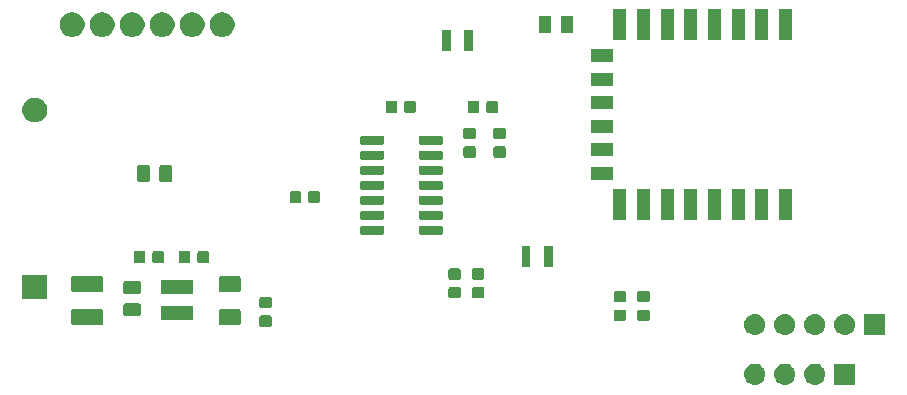
<source format=gts>
G04 #@! TF.GenerationSoftware,KiCad,Pcbnew,5.1.2*
G04 #@! TF.CreationDate,2019-08-07T15:52:47+02:00*
G04 #@! TF.ProjectId,wifisensor-dual-cpu,77696669-7365-46e7-936f-722d6475616c,rev?*
G04 #@! TF.SameCoordinates,Original*
G04 #@! TF.FileFunction,Soldermask,Top*
G04 #@! TF.FilePolarity,Negative*
%FSLAX46Y46*%
G04 Gerber Fmt 4.6, Leading zero omitted, Abs format (unit mm)*
G04 Created by KiCad (PCBNEW 5.1.2) date 2019-08-07 15:52:47*
%MOMM*%
%LPD*%
G04 APERTURE LIST*
%ADD10C,0.100000*%
G04 APERTURE END LIST*
D10*
G36*
X137426000Y-62901000D02*
G01*
X135624000Y-62901000D01*
X135624000Y-61099000D01*
X137426000Y-61099000D01*
X137426000Y-62901000D01*
X137426000Y-62901000D01*
G37*
G36*
X134095443Y-61105519D02*
G01*
X134161627Y-61112037D01*
X134331466Y-61163557D01*
X134487991Y-61247222D01*
X134523729Y-61276552D01*
X134625186Y-61359814D01*
X134708448Y-61461271D01*
X134737778Y-61497009D01*
X134821443Y-61653534D01*
X134872963Y-61823373D01*
X134890359Y-62000000D01*
X134872963Y-62176627D01*
X134821443Y-62346466D01*
X134737778Y-62502991D01*
X134708448Y-62538729D01*
X134625186Y-62640186D01*
X134523729Y-62723448D01*
X134487991Y-62752778D01*
X134331466Y-62836443D01*
X134161627Y-62887963D01*
X134095442Y-62894482D01*
X134029260Y-62901000D01*
X133940740Y-62901000D01*
X133874558Y-62894482D01*
X133808373Y-62887963D01*
X133638534Y-62836443D01*
X133482009Y-62752778D01*
X133446271Y-62723448D01*
X133344814Y-62640186D01*
X133261552Y-62538729D01*
X133232222Y-62502991D01*
X133148557Y-62346466D01*
X133097037Y-62176627D01*
X133079641Y-62000000D01*
X133097037Y-61823373D01*
X133148557Y-61653534D01*
X133232222Y-61497009D01*
X133261552Y-61461271D01*
X133344814Y-61359814D01*
X133446271Y-61276552D01*
X133482009Y-61247222D01*
X133638534Y-61163557D01*
X133808373Y-61112037D01*
X133874557Y-61105519D01*
X133940740Y-61099000D01*
X134029260Y-61099000D01*
X134095443Y-61105519D01*
X134095443Y-61105519D01*
G37*
G36*
X129015443Y-61105519D02*
G01*
X129081627Y-61112037D01*
X129251466Y-61163557D01*
X129407991Y-61247222D01*
X129443729Y-61276552D01*
X129545186Y-61359814D01*
X129628448Y-61461271D01*
X129657778Y-61497009D01*
X129741443Y-61653534D01*
X129792963Y-61823373D01*
X129810359Y-62000000D01*
X129792963Y-62176627D01*
X129741443Y-62346466D01*
X129657778Y-62502991D01*
X129628448Y-62538729D01*
X129545186Y-62640186D01*
X129443729Y-62723448D01*
X129407991Y-62752778D01*
X129251466Y-62836443D01*
X129081627Y-62887963D01*
X129015442Y-62894482D01*
X128949260Y-62901000D01*
X128860740Y-62901000D01*
X128794558Y-62894482D01*
X128728373Y-62887963D01*
X128558534Y-62836443D01*
X128402009Y-62752778D01*
X128366271Y-62723448D01*
X128264814Y-62640186D01*
X128181552Y-62538729D01*
X128152222Y-62502991D01*
X128068557Y-62346466D01*
X128017037Y-62176627D01*
X127999641Y-62000000D01*
X128017037Y-61823373D01*
X128068557Y-61653534D01*
X128152222Y-61497009D01*
X128181552Y-61461271D01*
X128264814Y-61359814D01*
X128366271Y-61276552D01*
X128402009Y-61247222D01*
X128558534Y-61163557D01*
X128728373Y-61112037D01*
X128794557Y-61105519D01*
X128860740Y-61099000D01*
X128949260Y-61099000D01*
X129015443Y-61105519D01*
X129015443Y-61105519D01*
G37*
G36*
X131555443Y-61105519D02*
G01*
X131621627Y-61112037D01*
X131791466Y-61163557D01*
X131947991Y-61247222D01*
X131983729Y-61276552D01*
X132085186Y-61359814D01*
X132168448Y-61461271D01*
X132197778Y-61497009D01*
X132281443Y-61653534D01*
X132332963Y-61823373D01*
X132350359Y-62000000D01*
X132332963Y-62176627D01*
X132281443Y-62346466D01*
X132197778Y-62502991D01*
X132168448Y-62538729D01*
X132085186Y-62640186D01*
X131983729Y-62723448D01*
X131947991Y-62752778D01*
X131791466Y-62836443D01*
X131621627Y-62887963D01*
X131555442Y-62894482D01*
X131489260Y-62901000D01*
X131400740Y-62901000D01*
X131334558Y-62894482D01*
X131268373Y-62887963D01*
X131098534Y-62836443D01*
X130942009Y-62752778D01*
X130906271Y-62723448D01*
X130804814Y-62640186D01*
X130721552Y-62538729D01*
X130692222Y-62502991D01*
X130608557Y-62346466D01*
X130557037Y-62176627D01*
X130539641Y-62000000D01*
X130557037Y-61823373D01*
X130608557Y-61653534D01*
X130692222Y-61497009D01*
X130721552Y-61461271D01*
X130804814Y-61359814D01*
X130906271Y-61276552D01*
X130942009Y-61247222D01*
X131098534Y-61163557D01*
X131268373Y-61112037D01*
X131334557Y-61105519D01*
X131400740Y-61099000D01*
X131489260Y-61099000D01*
X131555443Y-61105519D01*
X131555443Y-61105519D01*
G37*
G36*
X131555442Y-56890518D02*
G01*
X131621627Y-56897037D01*
X131791466Y-56948557D01*
X131947991Y-57032222D01*
X131972899Y-57052664D01*
X132085186Y-57144814D01*
X132166790Y-57244250D01*
X132197778Y-57282009D01*
X132281443Y-57438534D01*
X132332963Y-57608373D01*
X132350359Y-57785000D01*
X132332963Y-57961627D01*
X132281443Y-58131466D01*
X132197778Y-58287991D01*
X132168448Y-58323729D01*
X132085186Y-58425186D01*
X131983729Y-58508448D01*
X131947991Y-58537778D01*
X131791466Y-58621443D01*
X131621627Y-58672963D01*
X131555442Y-58679482D01*
X131489260Y-58686000D01*
X131400740Y-58686000D01*
X131334558Y-58679482D01*
X131268373Y-58672963D01*
X131098534Y-58621443D01*
X130942009Y-58537778D01*
X130906271Y-58508448D01*
X130804814Y-58425186D01*
X130721552Y-58323729D01*
X130692222Y-58287991D01*
X130608557Y-58131466D01*
X130557037Y-57961627D01*
X130539641Y-57785000D01*
X130557037Y-57608373D01*
X130608557Y-57438534D01*
X130692222Y-57282009D01*
X130723210Y-57244250D01*
X130804814Y-57144814D01*
X130917101Y-57052664D01*
X130942009Y-57032222D01*
X131098534Y-56948557D01*
X131268373Y-56897037D01*
X131334558Y-56890518D01*
X131400740Y-56884000D01*
X131489260Y-56884000D01*
X131555442Y-56890518D01*
X131555442Y-56890518D01*
G37*
G36*
X129015442Y-56890518D02*
G01*
X129081627Y-56897037D01*
X129251466Y-56948557D01*
X129407991Y-57032222D01*
X129432899Y-57052664D01*
X129545186Y-57144814D01*
X129626790Y-57244250D01*
X129657778Y-57282009D01*
X129741443Y-57438534D01*
X129792963Y-57608373D01*
X129810359Y-57785000D01*
X129792963Y-57961627D01*
X129741443Y-58131466D01*
X129657778Y-58287991D01*
X129628448Y-58323729D01*
X129545186Y-58425186D01*
X129443729Y-58508448D01*
X129407991Y-58537778D01*
X129251466Y-58621443D01*
X129081627Y-58672963D01*
X129015442Y-58679482D01*
X128949260Y-58686000D01*
X128860740Y-58686000D01*
X128794558Y-58679482D01*
X128728373Y-58672963D01*
X128558534Y-58621443D01*
X128402009Y-58537778D01*
X128366271Y-58508448D01*
X128264814Y-58425186D01*
X128181552Y-58323729D01*
X128152222Y-58287991D01*
X128068557Y-58131466D01*
X128017037Y-57961627D01*
X127999641Y-57785000D01*
X128017037Y-57608373D01*
X128068557Y-57438534D01*
X128152222Y-57282009D01*
X128183210Y-57244250D01*
X128264814Y-57144814D01*
X128377101Y-57052664D01*
X128402009Y-57032222D01*
X128558534Y-56948557D01*
X128728373Y-56897037D01*
X128794558Y-56890518D01*
X128860740Y-56884000D01*
X128949260Y-56884000D01*
X129015442Y-56890518D01*
X129015442Y-56890518D01*
G37*
G36*
X134095442Y-56890518D02*
G01*
X134161627Y-56897037D01*
X134331466Y-56948557D01*
X134487991Y-57032222D01*
X134512899Y-57052664D01*
X134625186Y-57144814D01*
X134706790Y-57244250D01*
X134737778Y-57282009D01*
X134821443Y-57438534D01*
X134872963Y-57608373D01*
X134890359Y-57785000D01*
X134872963Y-57961627D01*
X134821443Y-58131466D01*
X134737778Y-58287991D01*
X134708448Y-58323729D01*
X134625186Y-58425186D01*
X134523729Y-58508448D01*
X134487991Y-58537778D01*
X134331466Y-58621443D01*
X134161627Y-58672963D01*
X134095442Y-58679482D01*
X134029260Y-58686000D01*
X133940740Y-58686000D01*
X133874558Y-58679482D01*
X133808373Y-58672963D01*
X133638534Y-58621443D01*
X133482009Y-58537778D01*
X133446271Y-58508448D01*
X133344814Y-58425186D01*
X133261552Y-58323729D01*
X133232222Y-58287991D01*
X133148557Y-58131466D01*
X133097037Y-57961627D01*
X133079641Y-57785000D01*
X133097037Y-57608373D01*
X133148557Y-57438534D01*
X133232222Y-57282009D01*
X133263210Y-57244250D01*
X133344814Y-57144814D01*
X133457101Y-57052664D01*
X133482009Y-57032222D01*
X133638534Y-56948557D01*
X133808373Y-56897037D01*
X133874558Y-56890518D01*
X133940740Y-56884000D01*
X134029260Y-56884000D01*
X134095442Y-56890518D01*
X134095442Y-56890518D01*
G37*
G36*
X139966000Y-58686000D02*
G01*
X138164000Y-58686000D01*
X138164000Y-56884000D01*
X139966000Y-56884000D01*
X139966000Y-58686000D01*
X139966000Y-58686000D01*
G37*
G36*
X136635442Y-56890518D02*
G01*
X136701627Y-56897037D01*
X136871466Y-56948557D01*
X137027991Y-57032222D01*
X137052899Y-57052664D01*
X137165186Y-57144814D01*
X137246790Y-57244250D01*
X137277778Y-57282009D01*
X137361443Y-57438534D01*
X137412963Y-57608373D01*
X137430359Y-57785000D01*
X137412963Y-57961627D01*
X137361443Y-58131466D01*
X137277778Y-58287991D01*
X137248448Y-58323729D01*
X137165186Y-58425186D01*
X137063729Y-58508448D01*
X137027991Y-58537778D01*
X136871466Y-58621443D01*
X136701627Y-58672963D01*
X136635442Y-58679482D01*
X136569260Y-58686000D01*
X136480740Y-58686000D01*
X136414558Y-58679482D01*
X136348373Y-58672963D01*
X136178534Y-58621443D01*
X136022009Y-58537778D01*
X135986271Y-58508448D01*
X135884814Y-58425186D01*
X135801552Y-58323729D01*
X135772222Y-58287991D01*
X135688557Y-58131466D01*
X135637037Y-57961627D01*
X135619641Y-57785000D01*
X135637037Y-57608373D01*
X135688557Y-57438534D01*
X135772222Y-57282009D01*
X135803210Y-57244250D01*
X135884814Y-57144814D01*
X135997101Y-57052664D01*
X136022009Y-57032222D01*
X136178534Y-56948557D01*
X136348373Y-56897037D01*
X136414558Y-56890518D01*
X136480740Y-56884000D01*
X136569260Y-56884000D01*
X136635442Y-56890518D01*
X136635442Y-56890518D01*
G37*
G36*
X87879591Y-57015585D02*
G01*
X87913569Y-57025893D01*
X87944890Y-57042634D01*
X87972339Y-57065161D01*
X87994866Y-57092610D01*
X88011607Y-57123931D01*
X88021915Y-57157909D01*
X88026000Y-57199390D01*
X88026000Y-57800610D01*
X88021915Y-57842091D01*
X88011607Y-57876069D01*
X87994866Y-57907390D01*
X87972339Y-57934839D01*
X87944890Y-57957366D01*
X87913569Y-57974107D01*
X87879591Y-57984415D01*
X87838110Y-57988500D01*
X87161890Y-57988500D01*
X87120409Y-57984415D01*
X87086431Y-57974107D01*
X87055110Y-57957366D01*
X87027661Y-57934839D01*
X87005134Y-57907390D01*
X86988393Y-57876069D01*
X86978085Y-57842091D01*
X86974000Y-57800610D01*
X86974000Y-57199390D01*
X86978085Y-57157909D01*
X86988393Y-57123931D01*
X87005134Y-57092610D01*
X87027661Y-57065161D01*
X87055110Y-57042634D01*
X87086431Y-57025893D01*
X87120409Y-57015585D01*
X87161890Y-57011500D01*
X87838110Y-57011500D01*
X87879591Y-57015585D01*
X87879591Y-57015585D01*
G37*
G36*
X85223604Y-56478347D02*
G01*
X85260144Y-56489432D01*
X85293821Y-56507433D01*
X85323341Y-56531659D01*
X85347567Y-56561179D01*
X85365568Y-56594856D01*
X85376653Y-56631396D01*
X85381000Y-56675538D01*
X85381000Y-57624462D01*
X85376653Y-57668604D01*
X85365568Y-57705144D01*
X85347567Y-57738821D01*
X85323341Y-57768341D01*
X85293821Y-57792567D01*
X85260144Y-57810568D01*
X85223604Y-57821653D01*
X85179462Y-57826000D01*
X83730538Y-57826000D01*
X83686396Y-57821653D01*
X83649856Y-57810568D01*
X83616179Y-57792567D01*
X83586659Y-57768341D01*
X83562433Y-57738821D01*
X83544432Y-57705144D01*
X83533347Y-57668604D01*
X83529000Y-57624462D01*
X83529000Y-56675538D01*
X83533347Y-56631396D01*
X83544432Y-56594856D01*
X83562433Y-56561179D01*
X83586659Y-56531659D01*
X83616179Y-56507433D01*
X83649856Y-56489432D01*
X83686396Y-56478347D01*
X83730538Y-56474000D01*
X85179462Y-56474000D01*
X85223604Y-56478347D01*
X85223604Y-56478347D01*
G37*
G36*
X73608604Y-56478347D02*
G01*
X73645144Y-56489432D01*
X73678821Y-56507433D01*
X73708341Y-56531659D01*
X73732567Y-56561179D01*
X73750568Y-56594856D01*
X73761653Y-56631396D01*
X73766000Y-56675538D01*
X73766000Y-57624462D01*
X73761653Y-57668604D01*
X73750568Y-57705144D01*
X73732567Y-57738821D01*
X73708341Y-57768341D01*
X73678821Y-57792567D01*
X73645144Y-57810568D01*
X73608604Y-57821653D01*
X73564462Y-57826000D01*
X71215538Y-57826000D01*
X71171396Y-57821653D01*
X71134856Y-57810568D01*
X71101179Y-57792567D01*
X71071659Y-57768341D01*
X71047433Y-57738821D01*
X71029432Y-57705144D01*
X71018347Y-57668604D01*
X71014000Y-57624462D01*
X71014000Y-56675538D01*
X71018347Y-56631396D01*
X71029432Y-56594856D01*
X71047433Y-56561179D01*
X71071659Y-56531659D01*
X71101179Y-56507433D01*
X71134856Y-56489432D01*
X71171396Y-56478347D01*
X71215538Y-56474000D01*
X73564462Y-56474000D01*
X73608604Y-56478347D01*
X73608604Y-56478347D01*
G37*
G36*
X117879591Y-56515585D02*
G01*
X117913569Y-56525893D01*
X117944890Y-56542634D01*
X117972339Y-56565161D01*
X117994866Y-56592610D01*
X118011607Y-56623931D01*
X118021915Y-56657909D01*
X118026000Y-56699390D01*
X118026000Y-57300610D01*
X118021915Y-57342091D01*
X118011607Y-57376069D01*
X117994866Y-57407390D01*
X117972339Y-57434839D01*
X117944890Y-57457366D01*
X117913569Y-57474107D01*
X117879591Y-57484415D01*
X117838110Y-57488500D01*
X117161890Y-57488500D01*
X117120409Y-57484415D01*
X117086431Y-57474107D01*
X117055110Y-57457366D01*
X117027661Y-57434839D01*
X117005134Y-57407390D01*
X116988393Y-57376069D01*
X116978085Y-57342091D01*
X116974000Y-57300610D01*
X116974000Y-56699390D01*
X116978085Y-56657909D01*
X116988393Y-56623931D01*
X117005134Y-56592610D01*
X117027661Y-56565161D01*
X117055110Y-56542634D01*
X117086431Y-56525893D01*
X117120409Y-56515585D01*
X117161890Y-56511500D01*
X117838110Y-56511500D01*
X117879591Y-56515585D01*
X117879591Y-56515585D01*
G37*
G36*
X119879591Y-56515585D02*
G01*
X119913569Y-56525893D01*
X119944890Y-56542634D01*
X119972339Y-56565161D01*
X119994866Y-56592610D01*
X120011607Y-56623931D01*
X120021915Y-56657909D01*
X120026000Y-56699390D01*
X120026000Y-57300610D01*
X120021915Y-57342091D01*
X120011607Y-57376069D01*
X119994866Y-57407390D01*
X119972339Y-57434839D01*
X119944890Y-57457366D01*
X119913569Y-57474107D01*
X119879591Y-57484415D01*
X119838110Y-57488500D01*
X119161890Y-57488500D01*
X119120409Y-57484415D01*
X119086431Y-57474107D01*
X119055110Y-57457366D01*
X119027661Y-57434839D01*
X119005134Y-57407390D01*
X118988393Y-57376069D01*
X118978085Y-57342091D01*
X118974000Y-57300610D01*
X118974000Y-56699390D01*
X118978085Y-56657909D01*
X118988393Y-56623931D01*
X119005134Y-56592610D01*
X119027661Y-56565161D01*
X119055110Y-56542634D01*
X119086431Y-56525893D01*
X119120409Y-56515585D01*
X119161890Y-56511500D01*
X119838110Y-56511500D01*
X119879591Y-56515585D01*
X119879591Y-56515585D01*
G37*
G36*
X81336000Y-57391000D02*
G01*
X78684000Y-57391000D01*
X78684000Y-56229000D01*
X81336000Y-56229000D01*
X81336000Y-57391000D01*
X81336000Y-57391000D01*
G37*
G36*
X76784468Y-55981065D02*
G01*
X76823138Y-55992796D01*
X76858777Y-56011846D01*
X76890017Y-56037483D01*
X76915654Y-56068723D01*
X76934704Y-56104362D01*
X76946435Y-56143032D01*
X76951000Y-56189388D01*
X76951000Y-56840612D01*
X76946435Y-56886968D01*
X76934704Y-56925638D01*
X76915654Y-56961277D01*
X76890017Y-56992517D01*
X76858777Y-57018154D01*
X76823138Y-57037204D01*
X76784468Y-57048935D01*
X76738112Y-57053500D01*
X75661888Y-57053500D01*
X75615532Y-57048935D01*
X75576862Y-57037204D01*
X75541223Y-57018154D01*
X75509983Y-56992517D01*
X75484346Y-56961277D01*
X75465296Y-56925638D01*
X75453565Y-56886968D01*
X75449000Y-56840612D01*
X75449000Y-56189388D01*
X75453565Y-56143032D01*
X75465296Y-56104362D01*
X75484346Y-56068723D01*
X75509983Y-56037483D01*
X75541223Y-56011846D01*
X75576862Y-55992796D01*
X75615532Y-55981065D01*
X75661888Y-55976500D01*
X76738112Y-55976500D01*
X76784468Y-55981065D01*
X76784468Y-55981065D01*
G37*
G36*
X87879591Y-55440585D02*
G01*
X87913569Y-55450893D01*
X87944890Y-55467634D01*
X87972339Y-55490161D01*
X87994866Y-55517610D01*
X88011607Y-55548931D01*
X88021915Y-55582909D01*
X88026000Y-55624390D01*
X88026000Y-56225610D01*
X88021915Y-56267091D01*
X88011607Y-56301069D01*
X87994866Y-56332390D01*
X87972339Y-56359839D01*
X87944890Y-56382366D01*
X87913569Y-56399107D01*
X87879591Y-56409415D01*
X87838110Y-56413500D01*
X87161890Y-56413500D01*
X87120409Y-56409415D01*
X87086431Y-56399107D01*
X87055110Y-56382366D01*
X87027661Y-56359839D01*
X87005134Y-56332390D01*
X86988393Y-56301069D01*
X86978085Y-56267091D01*
X86974000Y-56225610D01*
X86974000Y-55624390D01*
X86978085Y-55582909D01*
X86988393Y-55548931D01*
X87005134Y-55517610D01*
X87027661Y-55490161D01*
X87055110Y-55467634D01*
X87086431Y-55450893D01*
X87120409Y-55440585D01*
X87161890Y-55436500D01*
X87838110Y-55436500D01*
X87879591Y-55440585D01*
X87879591Y-55440585D01*
G37*
G36*
X119879591Y-54940585D02*
G01*
X119913569Y-54950893D01*
X119944890Y-54967634D01*
X119972339Y-54990161D01*
X119994866Y-55017610D01*
X120011607Y-55048931D01*
X120021915Y-55082909D01*
X120026000Y-55124390D01*
X120026000Y-55725610D01*
X120021915Y-55767091D01*
X120011607Y-55801069D01*
X119994866Y-55832390D01*
X119972339Y-55859839D01*
X119944890Y-55882366D01*
X119913569Y-55899107D01*
X119879591Y-55909415D01*
X119838110Y-55913500D01*
X119161890Y-55913500D01*
X119120409Y-55909415D01*
X119086431Y-55899107D01*
X119055110Y-55882366D01*
X119027661Y-55859839D01*
X119005134Y-55832390D01*
X118988393Y-55801069D01*
X118978085Y-55767091D01*
X118974000Y-55725610D01*
X118974000Y-55124390D01*
X118978085Y-55082909D01*
X118988393Y-55048931D01*
X119005134Y-55017610D01*
X119027661Y-54990161D01*
X119055110Y-54967634D01*
X119086431Y-54950893D01*
X119120409Y-54940585D01*
X119161890Y-54936500D01*
X119838110Y-54936500D01*
X119879591Y-54940585D01*
X119879591Y-54940585D01*
G37*
G36*
X117879591Y-54940585D02*
G01*
X117913569Y-54950893D01*
X117944890Y-54967634D01*
X117972339Y-54990161D01*
X117994866Y-55017610D01*
X118011607Y-55048931D01*
X118021915Y-55082909D01*
X118026000Y-55124390D01*
X118026000Y-55725610D01*
X118021915Y-55767091D01*
X118011607Y-55801069D01*
X117994866Y-55832390D01*
X117972339Y-55859839D01*
X117944890Y-55882366D01*
X117913569Y-55899107D01*
X117879591Y-55909415D01*
X117838110Y-55913500D01*
X117161890Y-55913500D01*
X117120409Y-55909415D01*
X117086431Y-55899107D01*
X117055110Y-55882366D01*
X117027661Y-55859839D01*
X117005134Y-55832390D01*
X116988393Y-55801069D01*
X116978085Y-55767091D01*
X116974000Y-55725610D01*
X116974000Y-55124390D01*
X116978085Y-55082909D01*
X116988393Y-55048931D01*
X117005134Y-55017610D01*
X117027661Y-54990161D01*
X117055110Y-54967634D01*
X117086431Y-54950893D01*
X117120409Y-54940585D01*
X117161890Y-54936500D01*
X117838110Y-54936500D01*
X117879591Y-54940585D01*
X117879591Y-54940585D01*
G37*
G36*
X68996000Y-55661000D02*
G01*
X66894000Y-55661000D01*
X66894000Y-53559000D01*
X68996000Y-53559000D01*
X68996000Y-55661000D01*
X68996000Y-55661000D01*
G37*
G36*
X105879591Y-54590585D02*
G01*
X105913569Y-54600893D01*
X105944890Y-54617634D01*
X105972339Y-54640161D01*
X105994866Y-54667610D01*
X106011607Y-54698931D01*
X106021915Y-54732909D01*
X106026000Y-54774390D01*
X106026000Y-55375610D01*
X106021915Y-55417091D01*
X106011607Y-55451069D01*
X105994866Y-55482390D01*
X105972339Y-55509839D01*
X105944890Y-55532366D01*
X105913569Y-55549107D01*
X105879591Y-55559415D01*
X105838110Y-55563500D01*
X105161890Y-55563500D01*
X105120409Y-55559415D01*
X105086431Y-55549107D01*
X105055110Y-55532366D01*
X105027661Y-55509839D01*
X105005134Y-55482390D01*
X104988393Y-55451069D01*
X104978085Y-55417091D01*
X104974000Y-55375610D01*
X104974000Y-54774390D01*
X104978085Y-54732909D01*
X104988393Y-54698931D01*
X105005134Y-54667610D01*
X105027661Y-54640161D01*
X105055110Y-54617634D01*
X105086431Y-54600893D01*
X105120409Y-54590585D01*
X105161890Y-54586500D01*
X105838110Y-54586500D01*
X105879591Y-54590585D01*
X105879591Y-54590585D01*
G37*
G36*
X103879591Y-54590585D02*
G01*
X103913569Y-54600893D01*
X103944890Y-54617634D01*
X103972339Y-54640161D01*
X103994866Y-54667610D01*
X104011607Y-54698931D01*
X104021915Y-54732909D01*
X104026000Y-54774390D01*
X104026000Y-55375610D01*
X104021915Y-55417091D01*
X104011607Y-55451069D01*
X103994866Y-55482390D01*
X103972339Y-55509839D01*
X103944890Y-55532366D01*
X103913569Y-55549107D01*
X103879591Y-55559415D01*
X103838110Y-55563500D01*
X103161890Y-55563500D01*
X103120409Y-55559415D01*
X103086431Y-55549107D01*
X103055110Y-55532366D01*
X103027661Y-55509839D01*
X103005134Y-55482390D01*
X102988393Y-55451069D01*
X102978085Y-55417091D01*
X102974000Y-55375610D01*
X102974000Y-54774390D01*
X102978085Y-54732909D01*
X102988393Y-54698931D01*
X103005134Y-54667610D01*
X103027661Y-54640161D01*
X103055110Y-54617634D01*
X103086431Y-54600893D01*
X103120409Y-54590585D01*
X103161890Y-54586500D01*
X103838110Y-54586500D01*
X103879591Y-54590585D01*
X103879591Y-54590585D01*
G37*
G36*
X81336000Y-55191000D02*
G01*
X78684000Y-55191000D01*
X78684000Y-54029000D01*
X81336000Y-54029000D01*
X81336000Y-55191000D01*
X81336000Y-55191000D01*
G37*
G36*
X76784468Y-54106065D02*
G01*
X76823138Y-54117796D01*
X76858777Y-54136846D01*
X76890017Y-54162483D01*
X76915654Y-54193723D01*
X76934704Y-54229362D01*
X76946435Y-54268032D01*
X76951000Y-54314388D01*
X76951000Y-54965612D01*
X76946435Y-55011968D01*
X76934704Y-55050638D01*
X76915654Y-55086277D01*
X76890017Y-55117517D01*
X76858777Y-55143154D01*
X76823138Y-55162204D01*
X76784468Y-55173935D01*
X76738112Y-55178500D01*
X75661888Y-55178500D01*
X75615532Y-55173935D01*
X75576862Y-55162204D01*
X75541223Y-55143154D01*
X75509983Y-55117517D01*
X75484346Y-55086277D01*
X75465296Y-55050638D01*
X75453565Y-55011968D01*
X75449000Y-54965612D01*
X75449000Y-54314388D01*
X75453565Y-54268032D01*
X75465296Y-54229362D01*
X75484346Y-54193723D01*
X75509983Y-54162483D01*
X75541223Y-54136846D01*
X75576862Y-54117796D01*
X75615532Y-54106065D01*
X75661888Y-54101500D01*
X76738112Y-54101500D01*
X76784468Y-54106065D01*
X76784468Y-54106065D01*
G37*
G36*
X73608604Y-53678347D02*
G01*
X73645144Y-53689432D01*
X73678821Y-53707433D01*
X73708341Y-53731659D01*
X73732567Y-53761179D01*
X73750568Y-53794856D01*
X73761653Y-53831396D01*
X73766000Y-53875538D01*
X73766000Y-54824462D01*
X73761653Y-54868604D01*
X73750568Y-54905144D01*
X73732567Y-54938821D01*
X73708341Y-54968341D01*
X73678821Y-54992567D01*
X73645144Y-55010568D01*
X73608604Y-55021653D01*
X73564462Y-55026000D01*
X71215538Y-55026000D01*
X71171396Y-55021653D01*
X71134856Y-55010568D01*
X71101179Y-54992567D01*
X71071659Y-54968341D01*
X71047433Y-54938821D01*
X71029432Y-54905144D01*
X71018347Y-54868604D01*
X71014000Y-54824462D01*
X71014000Y-53875538D01*
X71018347Y-53831396D01*
X71029432Y-53794856D01*
X71047433Y-53761179D01*
X71071659Y-53731659D01*
X71101179Y-53707433D01*
X71134856Y-53689432D01*
X71171396Y-53678347D01*
X71215538Y-53674000D01*
X73564462Y-53674000D01*
X73608604Y-53678347D01*
X73608604Y-53678347D01*
G37*
G36*
X85223604Y-53678347D02*
G01*
X85260144Y-53689432D01*
X85293821Y-53707433D01*
X85323341Y-53731659D01*
X85347567Y-53761179D01*
X85365568Y-53794856D01*
X85376653Y-53831396D01*
X85381000Y-53875538D01*
X85381000Y-54824462D01*
X85376653Y-54868604D01*
X85365568Y-54905144D01*
X85347567Y-54938821D01*
X85323341Y-54968341D01*
X85293821Y-54992567D01*
X85260144Y-55010568D01*
X85223604Y-55021653D01*
X85179462Y-55026000D01*
X83730538Y-55026000D01*
X83686396Y-55021653D01*
X83649856Y-55010568D01*
X83616179Y-54992567D01*
X83586659Y-54968341D01*
X83562433Y-54938821D01*
X83544432Y-54905144D01*
X83533347Y-54868604D01*
X83529000Y-54824462D01*
X83529000Y-53875538D01*
X83533347Y-53831396D01*
X83544432Y-53794856D01*
X83562433Y-53761179D01*
X83586659Y-53731659D01*
X83616179Y-53707433D01*
X83649856Y-53689432D01*
X83686396Y-53678347D01*
X83730538Y-53674000D01*
X85179462Y-53674000D01*
X85223604Y-53678347D01*
X85223604Y-53678347D01*
G37*
G36*
X105879591Y-53015585D02*
G01*
X105913569Y-53025893D01*
X105944890Y-53042634D01*
X105972339Y-53065161D01*
X105994866Y-53092610D01*
X106011607Y-53123931D01*
X106021915Y-53157909D01*
X106026000Y-53199390D01*
X106026000Y-53800610D01*
X106021915Y-53842091D01*
X106011607Y-53876069D01*
X105994866Y-53907390D01*
X105972339Y-53934839D01*
X105944890Y-53957366D01*
X105913569Y-53974107D01*
X105879591Y-53984415D01*
X105838110Y-53988500D01*
X105161890Y-53988500D01*
X105120409Y-53984415D01*
X105086431Y-53974107D01*
X105055110Y-53957366D01*
X105027661Y-53934839D01*
X105005134Y-53907390D01*
X104988393Y-53876069D01*
X104978085Y-53842091D01*
X104974000Y-53800610D01*
X104974000Y-53199390D01*
X104978085Y-53157909D01*
X104988393Y-53123931D01*
X105005134Y-53092610D01*
X105027661Y-53065161D01*
X105055110Y-53042634D01*
X105086431Y-53025893D01*
X105120409Y-53015585D01*
X105161890Y-53011500D01*
X105838110Y-53011500D01*
X105879591Y-53015585D01*
X105879591Y-53015585D01*
G37*
G36*
X103879591Y-53015585D02*
G01*
X103913569Y-53025893D01*
X103944890Y-53042634D01*
X103972339Y-53065161D01*
X103994866Y-53092610D01*
X104011607Y-53123931D01*
X104021915Y-53157909D01*
X104026000Y-53199390D01*
X104026000Y-53800610D01*
X104021915Y-53842091D01*
X104011607Y-53876069D01*
X103994866Y-53907390D01*
X103972339Y-53934839D01*
X103944890Y-53957366D01*
X103913569Y-53974107D01*
X103879591Y-53984415D01*
X103838110Y-53988500D01*
X103161890Y-53988500D01*
X103120409Y-53984415D01*
X103086431Y-53974107D01*
X103055110Y-53957366D01*
X103027661Y-53934839D01*
X103005134Y-53907390D01*
X102988393Y-53876069D01*
X102978085Y-53842091D01*
X102974000Y-53800610D01*
X102974000Y-53199390D01*
X102978085Y-53157909D01*
X102988393Y-53123931D01*
X103005134Y-53092610D01*
X103027661Y-53065161D01*
X103055110Y-53042634D01*
X103086431Y-53025893D01*
X103120409Y-53015585D01*
X103161890Y-53011500D01*
X103838110Y-53011500D01*
X103879591Y-53015585D01*
X103879591Y-53015585D01*
G37*
G36*
X111826000Y-52901000D02*
G01*
X111074000Y-52901000D01*
X111074000Y-51099000D01*
X111826000Y-51099000D01*
X111826000Y-52901000D01*
X111826000Y-52901000D01*
G37*
G36*
X109926000Y-52901000D02*
G01*
X109174000Y-52901000D01*
X109174000Y-51099000D01*
X109926000Y-51099000D01*
X109926000Y-52901000D01*
X109926000Y-52901000D01*
G37*
G36*
X82562091Y-51548085D02*
G01*
X82596069Y-51558393D01*
X82627390Y-51575134D01*
X82654839Y-51597661D01*
X82677366Y-51625110D01*
X82694107Y-51656431D01*
X82704415Y-51690409D01*
X82708500Y-51731890D01*
X82708500Y-52408110D01*
X82704415Y-52449591D01*
X82694107Y-52483569D01*
X82677366Y-52514890D01*
X82654839Y-52542339D01*
X82627390Y-52564866D01*
X82596069Y-52581607D01*
X82562091Y-52591915D01*
X82520610Y-52596000D01*
X81919390Y-52596000D01*
X81877909Y-52591915D01*
X81843931Y-52581607D01*
X81812610Y-52564866D01*
X81785161Y-52542339D01*
X81762634Y-52514890D01*
X81745893Y-52483569D01*
X81735585Y-52449591D01*
X81731500Y-52408110D01*
X81731500Y-51731890D01*
X81735585Y-51690409D01*
X81745893Y-51656431D01*
X81762634Y-51625110D01*
X81785161Y-51597661D01*
X81812610Y-51575134D01*
X81843931Y-51558393D01*
X81877909Y-51548085D01*
X81919390Y-51544000D01*
X82520610Y-51544000D01*
X82562091Y-51548085D01*
X82562091Y-51548085D01*
G37*
G36*
X78752091Y-51548085D02*
G01*
X78786069Y-51558393D01*
X78817390Y-51575134D01*
X78844839Y-51597661D01*
X78867366Y-51625110D01*
X78884107Y-51656431D01*
X78894415Y-51690409D01*
X78898500Y-51731890D01*
X78898500Y-52408110D01*
X78894415Y-52449591D01*
X78884107Y-52483569D01*
X78867366Y-52514890D01*
X78844839Y-52542339D01*
X78817390Y-52564866D01*
X78786069Y-52581607D01*
X78752091Y-52591915D01*
X78710610Y-52596000D01*
X78109390Y-52596000D01*
X78067909Y-52591915D01*
X78033931Y-52581607D01*
X78002610Y-52564866D01*
X77975161Y-52542339D01*
X77952634Y-52514890D01*
X77935893Y-52483569D01*
X77925585Y-52449591D01*
X77921500Y-52408110D01*
X77921500Y-51731890D01*
X77925585Y-51690409D01*
X77935893Y-51656431D01*
X77952634Y-51625110D01*
X77975161Y-51597661D01*
X78002610Y-51575134D01*
X78033931Y-51558393D01*
X78067909Y-51548085D01*
X78109390Y-51544000D01*
X78710610Y-51544000D01*
X78752091Y-51548085D01*
X78752091Y-51548085D01*
G37*
G36*
X80987091Y-51548085D02*
G01*
X81021069Y-51558393D01*
X81052390Y-51575134D01*
X81079839Y-51597661D01*
X81102366Y-51625110D01*
X81119107Y-51656431D01*
X81129415Y-51690409D01*
X81133500Y-51731890D01*
X81133500Y-52408110D01*
X81129415Y-52449591D01*
X81119107Y-52483569D01*
X81102366Y-52514890D01*
X81079839Y-52542339D01*
X81052390Y-52564866D01*
X81021069Y-52581607D01*
X80987091Y-52591915D01*
X80945610Y-52596000D01*
X80344390Y-52596000D01*
X80302909Y-52591915D01*
X80268931Y-52581607D01*
X80237610Y-52564866D01*
X80210161Y-52542339D01*
X80187634Y-52514890D01*
X80170893Y-52483569D01*
X80160585Y-52449591D01*
X80156500Y-52408110D01*
X80156500Y-51731890D01*
X80160585Y-51690409D01*
X80170893Y-51656431D01*
X80187634Y-51625110D01*
X80210161Y-51597661D01*
X80237610Y-51575134D01*
X80268931Y-51558393D01*
X80302909Y-51548085D01*
X80344390Y-51544000D01*
X80945610Y-51544000D01*
X80987091Y-51548085D01*
X80987091Y-51548085D01*
G37*
G36*
X77177091Y-51548085D02*
G01*
X77211069Y-51558393D01*
X77242390Y-51575134D01*
X77269839Y-51597661D01*
X77292366Y-51625110D01*
X77309107Y-51656431D01*
X77319415Y-51690409D01*
X77323500Y-51731890D01*
X77323500Y-52408110D01*
X77319415Y-52449591D01*
X77309107Y-52483569D01*
X77292366Y-52514890D01*
X77269839Y-52542339D01*
X77242390Y-52564866D01*
X77211069Y-52581607D01*
X77177091Y-52591915D01*
X77135610Y-52596000D01*
X76534390Y-52596000D01*
X76492909Y-52591915D01*
X76458931Y-52581607D01*
X76427610Y-52564866D01*
X76400161Y-52542339D01*
X76377634Y-52514890D01*
X76360893Y-52483569D01*
X76350585Y-52449591D01*
X76346500Y-52408110D01*
X76346500Y-51731890D01*
X76350585Y-51690409D01*
X76360893Y-51656431D01*
X76377634Y-51625110D01*
X76400161Y-51597661D01*
X76427610Y-51575134D01*
X76458931Y-51558393D01*
X76492909Y-51548085D01*
X76534390Y-51544000D01*
X77135610Y-51544000D01*
X77177091Y-51548085D01*
X77177091Y-51548085D01*
G37*
G36*
X102409928Y-49461764D02*
G01*
X102431009Y-49468160D01*
X102450445Y-49478548D01*
X102467476Y-49492524D01*
X102481452Y-49509555D01*
X102491840Y-49528991D01*
X102498236Y-49550072D01*
X102501000Y-49578140D01*
X102501000Y-50041860D01*
X102498236Y-50069928D01*
X102491840Y-50091009D01*
X102481452Y-50110445D01*
X102467476Y-50127476D01*
X102450445Y-50141452D01*
X102431009Y-50151840D01*
X102409928Y-50158236D01*
X102381860Y-50161000D01*
X100568140Y-50161000D01*
X100540072Y-50158236D01*
X100518991Y-50151840D01*
X100499555Y-50141452D01*
X100482524Y-50127476D01*
X100468548Y-50110445D01*
X100458160Y-50091009D01*
X100451764Y-50069928D01*
X100449000Y-50041860D01*
X100449000Y-49578140D01*
X100451764Y-49550072D01*
X100458160Y-49528991D01*
X100468548Y-49509555D01*
X100482524Y-49492524D01*
X100499555Y-49478548D01*
X100518991Y-49468160D01*
X100540072Y-49461764D01*
X100568140Y-49459000D01*
X102381860Y-49459000D01*
X102409928Y-49461764D01*
X102409928Y-49461764D01*
G37*
G36*
X97459928Y-49461764D02*
G01*
X97481009Y-49468160D01*
X97500445Y-49478548D01*
X97517476Y-49492524D01*
X97531452Y-49509555D01*
X97541840Y-49528991D01*
X97548236Y-49550072D01*
X97551000Y-49578140D01*
X97551000Y-50041860D01*
X97548236Y-50069928D01*
X97541840Y-50091009D01*
X97531452Y-50110445D01*
X97517476Y-50127476D01*
X97500445Y-50141452D01*
X97481009Y-50151840D01*
X97459928Y-50158236D01*
X97431860Y-50161000D01*
X95618140Y-50161000D01*
X95590072Y-50158236D01*
X95568991Y-50151840D01*
X95549555Y-50141452D01*
X95532524Y-50127476D01*
X95518548Y-50110445D01*
X95508160Y-50091009D01*
X95501764Y-50069928D01*
X95499000Y-50041860D01*
X95499000Y-49578140D01*
X95501764Y-49550072D01*
X95508160Y-49528991D01*
X95518548Y-49509555D01*
X95532524Y-49492524D01*
X95549555Y-49478548D01*
X95568991Y-49468160D01*
X95590072Y-49461764D01*
X95618140Y-49459000D01*
X97431860Y-49459000D01*
X97459928Y-49461764D01*
X97459928Y-49461764D01*
G37*
G36*
X124051000Y-48901000D02*
G01*
X122949000Y-48901000D01*
X122949000Y-46299000D01*
X124051000Y-46299000D01*
X124051000Y-48901000D01*
X124051000Y-48901000D01*
G37*
G36*
X132051000Y-48901000D02*
G01*
X130949000Y-48901000D01*
X130949000Y-46299000D01*
X132051000Y-46299000D01*
X132051000Y-48901000D01*
X132051000Y-48901000D01*
G37*
G36*
X130051000Y-48901000D02*
G01*
X128949000Y-48901000D01*
X128949000Y-46299000D01*
X130051000Y-46299000D01*
X130051000Y-48901000D01*
X130051000Y-48901000D01*
G37*
G36*
X120051000Y-48901000D02*
G01*
X118949000Y-48901000D01*
X118949000Y-46299000D01*
X120051000Y-46299000D01*
X120051000Y-48901000D01*
X120051000Y-48901000D01*
G37*
G36*
X122051000Y-48901000D02*
G01*
X120949000Y-48901000D01*
X120949000Y-46299000D01*
X122051000Y-46299000D01*
X122051000Y-48901000D01*
X122051000Y-48901000D01*
G37*
G36*
X128051000Y-48901000D02*
G01*
X126949000Y-48901000D01*
X126949000Y-46299000D01*
X128051000Y-46299000D01*
X128051000Y-48901000D01*
X128051000Y-48901000D01*
G37*
G36*
X126051000Y-48901000D02*
G01*
X124949000Y-48901000D01*
X124949000Y-46299000D01*
X126051000Y-46299000D01*
X126051000Y-48901000D01*
X126051000Y-48901000D01*
G37*
G36*
X118051000Y-48901000D02*
G01*
X116949000Y-48901000D01*
X116949000Y-46299000D01*
X118051000Y-46299000D01*
X118051000Y-48901000D01*
X118051000Y-48901000D01*
G37*
G36*
X102409928Y-48191764D02*
G01*
X102431009Y-48198160D01*
X102450445Y-48208548D01*
X102467476Y-48222524D01*
X102481452Y-48239555D01*
X102491840Y-48258991D01*
X102498236Y-48280072D01*
X102501000Y-48308140D01*
X102501000Y-48771860D01*
X102498236Y-48799928D01*
X102491840Y-48821009D01*
X102481452Y-48840445D01*
X102467476Y-48857476D01*
X102450445Y-48871452D01*
X102431009Y-48881840D01*
X102409928Y-48888236D01*
X102381860Y-48891000D01*
X100568140Y-48891000D01*
X100540072Y-48888236D01*
X100518991Y-48881840D01*
X100499555Y-48871452D01*
X100482524Y-48857476D01*
X100468548Y-48840445D01*
X100458160Y-48821009D01*
X100451764Y-48799928D01*
X100449000Y-48771860D01*
X100449000Y-48308140D01*
X100451764Y-48280072D01*
X100458160Y-48258991D01*
X100468548Y-48239555D01*
X100482524Y-48222524D01*
X100499555Y-48208548D01*
X100518991Y-48198160D01*
X100540072Y-48191764D01*
X100568140Y-48189000D01*
X102381860Y-48189000D01*
X102409928Y-48191764D01*
X102409928Y-48191764D01*
G37*
G36*
X97459928Y-48191764D02*
G01*
X97481009Y-48198160D01*
X97500445Y-48208548D01*
X97517476Y-48222524D01*
X97531452Y-48239555D01*
X97541840Y-48258991D01*
X97548236Y-48280072D01*
X97551000Y-48308140D01*
X97551000Y-48771860D01*
X97548236Y-48799928D01*
X97541840Y-48821009D01*
X97531452Y-48840445D01*
X97517476Y-48857476D01*
X97500445Y-48871452D01*
X97481009Y-48881840D01*
X97459928Y-48888236D01*
X97431860Y-48891000D01*
X95618140Y-48891000D01*
X95590072Y-48888236D01*
X95568991Y-48881840D01*
X95549555Y-48871452D01*
X95532524Y-48857476D01*
X95518548Y-48840445D01*
X95508160Y-48821009D01*
X95501764Y-48799928D01*
X95499000Y-48771860D01*
X95499000Y-48308140D01*
X95501764Y-48280072D01*
X95508160Y-48258991D01*
X95518548Y-48239555D01*
X95532524Y-48222524D01*
X95549555Y-48208548D01*
X95568991Y-48198160D01*
X95590072Y-48191764D01*
X95618140Y-48189000D01*
X97431860Y-48189000D01*
X97459928Y-48191764D01*
X97459928Y-48191764D01*
G37*
G36*
X102409928Y-46921764D02*
G01*
X102431009Y-46928160D01*
X102450445Y-46938548D01*
X102467476Y-46952524D01*
X102481452Y-46969555D01*
X102491840Y-46988991D01*
X102498236Y-47010072D01*
X102501000Y-47038140D01*
X102501000Y-47501860D01*
X102498236Y-47529928D01*
X102491840Y-47551009D01*
X102481452Y-47570445D01*
X102467476Y-47587476D01*
X102450445Y-47601452D01*
X102431009Y-47611840D01*
X102409928Y-47618236D01*
X102381860Y-47621000D01*
X100568140Y-47621000D01*
X100540072Y-47618236D01*
X100518991Y-47611840D01*
X100499555Y-47601452D01*
X100482524Y-47587476D01*
X100468548Y-47570445D01*
X100458160Y-47551009D01*
X100451764Y-47529928D01*
X100449000Y-47501860D01*
X100449000Y-47038140D01*
X100451764Y-47010072D01*
X100458160Y-46988991D01*
X100468548Y-46969555D01*
X100482524Y-46952524D01*
X100499555Y-46938548D01*
X100518991Y-46928160D01*
X100540072Y-46921764D01*
X100568140Y-46919000D01*
X102381860Y-46919000D01*
X102409928Y-46921764D01*
X102409928Y-46921764D01*
G37*
G36*
X97459928Y-46921764D02*
G01*
X97481009Y-46928160D01*
X97500445Y-46938548D01*
X97517476Y-46952524D01*
X97531452Y-46969555D01*
X97541840Y-46988991D01*
X97548236Y-47010072D01*
X97551000Y-47038140D01*
X97551000Y-47501860D01*
X97548236Y-47529928D01*
X97541840Y-47551009D01*
X97531452Y-47570445D01*
X97517476Y-47587476D01*
X97500445Y-47601452D01*
X97481009Y-47611840D01*
X97459928Y-47618236D01*
X97431860Y-47621000D01*
X95618140Y-47621000D01*
X95590072Y-47618236D01*
X95568991Y-47611840D01*
X95549555Y-47601452D01*
X95532524Y-47587476D01*
X95518548Y-47570445D01*
X95508160Y-47551009D01*
X95501764Y-47529928D01*
X95499000Y-47501860D01*
X95499000Y-47038140D01*
X95501764Y-47010072D01*
X95508160Y-46988991D01*
X95518548Y-46969555D01*
X95532524Y-46952524D01*
X95549555Y-46938548D01*
X95568991Y-46928160D01*
X95590072Y-46921764D01*
X95618140Y-46919000D01*
X97431860Y-46919000D01*
X97459928Y-46921764D01*
X97459928Y-46921764D01*
G37*
G36*
X91934591Y-46478085D02*
G01*
X91968569Y-46488393D01*
X91999890Y-46505134D01*
X92027339Y-46527661D01*
X92049866Y-46555110D01*
X92066607Y-46586431D01*
X92076915Y-46620409D01*
X92081000Y-46661890D01*
X92081000Y-47338110D01*
X92076915Y-47379591D01*
X92066607Y-47413569D01*
X92049866Y-47444890D01*
X92027339Y-47472339D01*
X91999890Y-47494866D01*
X91968569Y-47511607D01*
X91934591Y-47521915D01*
X91893110Y-47526000D01*
X91291890Y-47526000D01*
X91250409Y-47521915D01*
X91216431Y-47511607D01*
X91185110Y-47494866D01*
X91157661Y-47472339D01*
X91135134Y-47444890D01*
X91118393Y-47413569D01*
X91108085Y-47379591D01*
X91104000Y-47338110D01*
X91104000Y-46661890D01*
X91108085Y-46620409D01*
X91118393Y-46586431D01*
X91135134Y-46555110D01*
X91157661Y-46527661D01*
X91185110Y-46505134D01*
X91216431Y-46488393D01*
X91250409Y-46478085D01*
X91291890Y-46474000D01*
X91893110Y-46474000D01*
X91934591Y-46478085D01*
X91934591Y-46478085D01*
G37*
G36*
X90359591Y-46478085D02*
G01*
X90393569Y-46488393D01*
X90424890Y-46505134D01*
X90452339Y-46527661D01*
X90474866Y-46555110D01*
X90491607Y-46586431D01*
X90501915Y-46620409D01*
X90506000Y-46661890D01*
X90506000Y-47338110D01*
X90501915Y-47379591D01*
X90491607Y-47413569D01*
X90474866Y-47444890D01*
X90452339Y-47472339D01*
X90424890Y-47494866D01*
X90393569Y-47511607D01*
X90359591Y-47521915D01*
X90318110Y-47526000D01*
X89716890Y-47526000D01*
X89675409Y-47521915D01*
X89641431Y-47511607D01*
X89610110Y-47494866D01*
X89582661Y-47472339D01*
X89560134Y-47444890D01*
X89543393Y-47413569D01*
X89533085Y-47379591D01*
X89529000Y-47338110D01*
X89529000Y-46661890D01*
X89533085Y-46620409D01*
X89543393Y-46586431D01*
X89560134Y-46555110D01*
X89582661Y-46527661D01*
X89610110Y-46505134D01*
X89641431Y-46488393D01*
X89675409Y-46478085D01*
X89716890Y-46474000D01*
X90318110Y-46474000D01*
X90359591Y-46478085D01*
X90359591Y-46478085D01*
G37*
G36*
X97459928Y-45651764D02*
G01*
X97481009Y-45658160D01*
X97500445Y-45668548D01*
X97517476Y-45682524D01*
X97531452Y-45699555D01*
X97541840Y-45718991D01*
X97548236Y-45740072D01*
X97551000Y-45768140D01*
X97551000Y-46231860D01*
X97548236Y-46259928D01*
X97541840Y-46281009D01*
X97531452Y-46300445D01*
X97517476Y-46317476D01*
X97500445Y-46331452D01*
X97481009Y-46341840D01*
X97459928Y-46348236D01*
X97431860Y-46351000D01*
X95618140Y-46351000D01*
X95590072Y-46348236D01*
X95568991Y-46341840D01*
X95549555Y-46331452D01*
X95532524Y-46317476D01*
X95518548Y-46300445D01*
X95508160Y-46281009D01*
X95501764Y-46259928D01*
X95499000Y-46231860D01*
X95499000Y-45768140D01*
X95501764Y-45740072D01*
X95508160Y-45718991D01*
X95518548Y-45699555D01*
X95532524Y-45682524D01*
X95549555Y-45668548D01*
X95568991Y-45658160D01*
X95590072Y-45651764D01*
X95618140Y-45649000D01*
X97431860Y-45649000D01*
X97459928Y-45651764D01*
X97459928Y-45651764D01*
G37*
G36*
X102409928Y-45651764D02*
G01*
X102431009Y-45658160D01*
X102450445Y-45668548D01*
X102467476Y-45682524D01*
X102481452Y-45699555D01*
X102491840Y-45718991D01*
X102498236Y-45740072D01*
X102501000Y-45768140D01*
X102501000Y-46231860D01*
X102498236Y-46259928D01*
X102491840Y-46281009D01*
X102481452Y-46300445D01*
X102467476Y-46317476D01*
X102450445Y-46331452D01*
X102431009Y-46341840D01*
X102409928Y-46348236D01*
X102381860Y-46351000D01*
X100568140Y-46351000D01*
X100540072Y-46348236D01*
X100518991Y-46341840D01*
X100499555Y-46331452D01*
X100482524Y-46317476D01*
X100468548Y-46300445D01*
X100458160Y-46281009D01*
X100451764Y-46259928D01*
X100449000Y-46231860D01*
X100449000Y-45768140D01*
X100451764Y-45740072D01*
X100458160Y-45718991D01*
X100468548Y-45699555D01*
X100482524Y-45682524D01*
X100499555Y-45668548D01*
X100518991Y-45658160D01*
X100540072Y-45651764D01*
X100568140Y-45649000D01*
X102381860Y-45649000D01*
X102409928Y-45651764D01*
X102409928Y-45651764D01*
G37*
G36*
X77539468Y-44253565D02*
G01*
X77578138Y-44265296D01*
X77613777Y-44284346D01*
X77645017Y-44309983D01*
X77670654Y-44341223D01*
X77689704Y-44376862D01*
X77701435Y-44415532D01*
X77706000Y-44461888D01*
X77706000Y-45538112D01*
X77701435Y-45584468D01*
X77689704Y-45623138D01*
X77670654Y-45658777D01*
X77645017Y-45690017D01*
X77613777Y-45715654D01*
X77578138Y-45734704D01*
X77539468Y-45746435D01*
X77493112Y-45751000D01*
X76841888Y-45751000D01*
X76795532Y-45746435D01*
X76756862Y-45734704D01*
X76721223Y-45715654D01*
X76689983Y-45690017D01*
X76664346Y-45658777D01*
X76645296Y-45623138D01*
X76633565Y-45584468D01*
X76629000Y-45538112D01*
X76629000Y-44461888D01*
X76633565Y-44415532D01*
X76645296Y-44376862D01*
X76664346Y-44341223D01*
X76689983Y-44309983D01*
X76721223Y-44284346D01*
X76756862Y-44265296D01*
X76795532Y-44253565D01*
X76841888Y-44249000D01*
X77493112Y-44249000D01*
X77539468Y-44253565D01*
X77539468Y-44253565D01*
G37*
G36*
X79414468Y-44253565D02*
G01*
X79453138Y-44265296D01*
X79488777Y-44284346D01*
X79520017Y-44309983D01*
X79545654Y-44341223D01*
X79564704Y-44376862D01*
X79576435Y-44415532D01*
X79581000Y-44461888D01*
X79581000Y-45538112D01*
X79576435Y-45584468D01*
X79564704Y-45623138D01*
X79545654Y-45658777D01*
X79520017Y-45690017D01*
X79488777Y-45715654D01*
X79453138Y-45734704D01*
X79414468Y-45746435D01*
X79368112Y-45751000D01*
X78716888Y-45751000D01*
X78670532Y-45746435D01*
X78631862Y-45734704D01*
X78596223Y-45715654D01*
X78564983Y-45690017D01*
X78539346Y-45658777D01*
X78520296Y-45623138D01*
X78508565Y-45584468D01*
X78504000Y-45538112D01*
X78504000Y-44461888D01*
X78508565Y-44415532D01*
X78520296Y-44376862D01*
X78539346Y-44341223D01*
X78564983Y-44309983D01*
X78596223Y-44284346D01*
X78631862Y-44265296D01*
X78670532Y-44253565D01*
X78716888Y-44249000D01*
X79368112Y-44249000D01*
X79414468Y-44253565D01*
X79414468Y-44253565D01*
G37*
G36*
X116951000Y-45551000D02*
G01*
X115049000Y-45551000D01*
X115049000Y-44449000D01*
X116951000Y-44449000D01*
X116951000Y-45551000D01*
X116951000Y-45551000D01*
G37*
G36*
X102409928Y-44381764D02*
G01*
X102431009Y-44388160D01*
X102450445Y-44398548D01*
X102467476Y-44412524D01*
X102481452Y-44429555D01*
X102491840Y-44448991D01*
X102498236Y-44470072D01*
X102501000Y-44498140D01*
X102501000Y-44961860D01*
X102498236Y-44989928D01*
X102491840Y-45011009D01*
X102481452Y-45030445D01*
X102467476Y-45047476D01*
X102450445Y-45061452D01*
X102431009Y-45071840D01*
X102409928Y-45078236D01*
X102381860Y-45081000D01*
X100568140Y-45081000D01*
X100540072Y-45078236D01*
X100518991Y-45071840D01*
X100499555Y-45061452D01*
X100482524Y-45047476D01*
X100468548Y-45030445D01*
X100458160Y-45011009D01*
X100451764Y-44989928D01*
X100449000Y-44961860D01*
X100449000Y-44498140D01*
X100451764Y-44470072D01*
X100458160Y-44448991D01*
X100468548Y-44429555D01*
X100482524Y-44412524D01*
X100499555Y-44398548D01*
X100518991Y-44388160D01*
X100540072Y-44381764D01*
X100568140Y-44379000D01*
X102381860Y-44379000D01*
X102409928Y-44381764D01*
X102409928Y-44381764D01*
G37*
G36*
X97459928Y-44381764D02*
G01*
X97481009Y-44388160D01*
X97500445Y-44398548D01*
X97517476Y-44412524D01*
X97531452Y-44429555D01*
X97541840Y-44448991D01*
X97548236Y-44470072D01*
X97551000Y-44498140D01*
X97551000Y-44961860D01*
X97548236Y-44989928D01*
X97541840Y-45011009D01*
X97531452Y-45030445D01*
X97517476Y-45047476D01*
X97500445Y-45061452D01*
X97481009Y-45071840D01*
X97459928Y-45078236D01*
X97431860Y-45081000D01*
X95618140Y-45081000D01*
X95590072Y-45078236D01*
X95568991Y-45071840D01*
X95549555Y-45061452D01*
X95532524Y-45047476D01*
X95518548Y-45030445D01*
X95508160Y-45011009D01*
X95501764Y-44989928D01*
X95499000Y-44961860D01*
X95499000Y-44498140D01*
X95501764Y-44470072D01*
X95508160Y-44448991D01*
X95518548Y-44429555D01*
X95532524Y-44412524D01*
X95549555Y-44398548D01*
X95568991Y-44388160D01*
X95590072Y-44381764D01*
X95618140Y-44379000D01*
X97431860Y-44379000D01*
X97459928Y-44381764D01*
X97459928Y-44381764D01*
G37*
G36*
X102409928Y-43111764D02*
G01*
X102431009Y-43118160D01*
X102450445Y-43128548D01*
X102467476Y-43142524D01*
X102481452Y-43159555D01*
X102491840Y-43178991D01*
X102498236Y-43200072D01*
X102501000Y-43228140D01*
X102501000Y-43691860D01*
X102498236Y-43719928D01*
X102491840Y-43741009D01*
X102481452Y-43760445D01*
X102467476Y-43777476D01*
X102450445Y-43791452D01*
X102431009Y-43801840D01*
X102409928Y-43808236D01*
X102381860Y-43811000D01*
X100568140Y-43811000D01*
X100540072Y-43808236D01*
X100518991Y-43801840D01*
X100499555Y-43791452D01*
X100482524Y-43777476D01*
X100468548Y-43760445D01*
X100458160Y-43741009D01*
X100451764Y-43719928D01*
X100449000Y-43691860D01*
X100449000Y-43228140D01*
X100451764Y-43200072D01*
X100458160Y-43178991D01*
X100468548Y-43159555D01*
X100482524Y-43142524D01*
X100499555Y-43128548D01*
X100518991Y-43118160D01*
X100540072Y-43111764D01*
X100568140Y-43109000D01*
X102381860Y-43109000D01*
X102409928Y-43111764D01*
X102409928Y-43111764D01*
G37*
G36*
X97459928Y-43111764D02*
G01*
X97481009Y-43118160D01*
X97500445Y-43128548D01*
X97517476Y-43142524D01*
X97531452Y-43159555D01*
X97541840Y-43178991D01*
X97548236Y-43200072D01*
X97551000Y-43228140D01*
X97551000Y-43691860D01*
X97548236Y-43719928D01*
X97541840Y-43741009D01*
X97531452Y-43760445D01*
X97517476Y-43777476D01*
X97500445Y-43791452D01*
X97481009Y-43801840D01*
X97459928Y-43808236D01*
X97431860Y-43811000D01*
X95618140Y-43811000D01*
X95590072Y-43808236D01*
X95568991Y-43801840D01*
X95549555Y-43791452D01*
X95532524Y-43777476D01*
X95518548Y-43760445D01*
X95508160Y-43741009D01*
X95501764Y-43719928D01*
X95499000Y-43691860D01*
X95499000Y-43228140D01*
X95501764Y-43200072D01*
X95508160Y-43178991D01*
X95518548Y-43159555D01*
X95532524Y-43142524D01*
X95549555Y-43128548D01*
X95568991Y-43118160D01*
X95590072Y-43111764D01*
X95618140Y-43109000D01*
X97431860Y-43109000D01*
X97459928Y-43111764D01*
X97459928Y-43111764D01*
G37*
G36*
X107694591Y-42695585D02*
G01*
X107728569Y-42705893D01*
X107759890Y-42722634D01*
X107787339Y-42745161D01*
X107809866Y-42772610D01*
X107826607Y-42803931D01*
X107836915Y-42837909D01*
X107841000Y-42879390D01*
X107841000Y-43480610D01*
X107836915Y-43522091D01*
X107826607Y-43556069D01*
X107809866Y-43587390D01*
X107787339Y-43614839D01*
X107759890Y-43637366D01*
X107728569Y-43654107D01*
X107694591Y-43664415D01*
X107653110Y-43668500D01*
X106976890Y-43668500D01*
X106935409Y-43664415D01*
X106901431Y-43654107D01*
X106870110Y-43637366D01*
X106842661Y-43614839D01*
X106820134Y-43587390D01*
X106803393Y-43556069D01*
X106793085Y-43522091D01*
X106789000Y-43480610D01*
X106789000Y-42879390D01*
X106793085Y-42837909D01*
X106803393Y-42803931D01*
X106820134Y-42772610D01*
X106842661Y-42745161D01*
X106870110Y-42722634D01*
X106901431Y-42705893D01*
X106935409Y-42695585D01*
X106976890Y-42691500D01*
X107653110Y-42691500D01*
X107694591Y-42695585D01*
X107694591Y-42695585D01*
G37*
G36*
X105154591Y-42695585D02*
G01*
X105188569Y-42705893D01*
X105219890Y-42722634D01*
X105247339Y-42745161D01*
X105269866Y-42772610D01*
X105286607Y-42803931D01*
X105296915Y-42837909D01*
X105301000Y-42879390D01*
X105301000Y-43480610D01*
X105296915Y-43522091D01*
X105286607Y-43556069D01*
X105269866Y-43587390D01*
X105247339Y-43614839D01*
X105219890Y-43637366D01*
X105188569Y-43654107D01*
X105154591Y-43664415D01*
X105113110Y-43668500D01*
X104436890Y-43668500D01*
X104395409Y-43664415D01*
X104361431Y-43654107D01*
X104330110Y-43637366D01*
X104302661Y-43614839D01*
X104280134Y-43587390D01*
X104263393Y-43556069D01*
X104253085Y-43522091D01*
X104249000Y-43480610D01*
X104249000Y-42879390D01*
X104253085Y-42837909D01*
X104263393Y-42803931D01*
X104280134Y-42772610D01*
X104302661Y-42745161D01*
X104330110Y-42722634D01*
X104361431Y-42705893D01*
X104395409Y-42695585D01*
X104436890Y-42691500D01*
X105113110Y-42691500D01*
X105154591Y-42695585D01*
X105154591Y-42695585D01*
G37*
G36*
X116951000Y-43551000D02*
G01*
X115049000Y-43551000D01*
X115049000Y-42449000D01*
X116951000Y-42449000D01*
X116951000Y-43551000D01*
X116951000Y-43551000D01*
G37*
G36*
X102409928Y-41841764D02*
G01*
X102431009Y-41848160D01*
X102450445Y-41858548D01*
X102467476Y-41872524D01*
X102481452Y-41889555D01*
X102491840Y-41908991D01*
X102498236Y-41930072D01*
X102501000Y-41958140D01*
X102501000Y-42421860D01*
X102498236Y-42449928D01*
X102491840Y-42471009D01*
X102481452Y-42490445D01*
X102467476Y-42507476D01*
X102450445Y-42521452D01*
X102431009Y-42531840D01*
X102409928Y-42538236D01*
X102381860Y-42541000D01*
X100568140Y-42541000D01*
X100540072Y-42538236D01*
X100518991Y-42531840D01*
X100499555Y-42521452D01*
X100482524Y-42507476D01*
X100468548Y-42490445D01*
X100458160Y-42471009D01*
X100451764Y-42449928D01*
X100449000Y-42421860D01*
X100449000Y-41958140D01*
X100451764Y-41930072D01*
X100458160Y-41908991D01*
X100468548Y-41889555D01*
X100482524Y-41872524D01*
X100499555Y-41858548D01*
X100518991Y-41848160D01*
X100540072Y-41841764D01*
X100568140Y-41839000D01*
X102381860Y-41839000D01*
X102409928Y-41841764D01*
X102409928Y-41841764D01*
G37*
G36*
X97459928Y-41841764D02*
G01*
X97481009Y-41848160D01*
X97500445Y-41858548D01*
X97517476Y-41872524D01*
X97531452Y-41889555D01*
X97541840Y-41908991D01*
X97548236Y-41930072D01*
X97551000Y-41958140D01*
X97551000Y-42421860D01*
X97548236Y-42449928D01*
X97541840Y-42471009D01*
X97531452Y-42490445D01*
X97517476Y-42507476D01*
X97500445Y-42521452D01*
X97481009Y-42531840D01*
X97459928Y-42538236D01*
X97431860Y-42541000D01*
X95618140Y-42541000D01*
X95590072Y-42538236D01*
X95568991Y-42531840D01*
X95549555Y-42521452D01*
X95532524Y-42507476D01*
X95518548Y-42490445D01*
X95508160Y-42471009D01*
X95501764Y-42449928D01*
X95499000Y-42421860D01*
X95499000Y-41958140D01*
X95501764Y-41930072D01*
X95508160Y-41908991D01*
X95518548Y-41889555D01*
X95532524Y-41872524D01*
X95549555Y-41858548D01*
X95568991Y-41848160D01*
X95590072Y-41841764D01*
X95618140Y-41839000D01*
X97431860Y-41839000D01*
X97459928Y-41841764D01*
X97459928Y-41841764D01*
G37*
G36*
X107694591Y-41120585D02*
G01*
X107728569Y-41130893D01*
X107759890Y-41147634D01*
X107787339Y-41170161D01*
X107809866Y-41197610D01*
X107826607Y-41228931D01*
X107836915Y-41262909D01*
X107841000Y-41304390D01*
X107841000Y-41905610D01*
X107836915Y-41947091D01*
X107826607Y-41981069D01*
X107809866Y-42012390D01*
X107787339Y-42039839D01*
X107759890Y-42062366D01*
X107728569Y-42079107D01*
X107694591Y-42089415D01*
X107653110Y-42093500D01*
X106976890Y-42093500D01*
X106935409Y-42089415D01*
X106901431Y-42079107D01*
X106870110Y-42062366D01*
X106842661Y-42039839D01*
X106820134Y-42012390D01*
X106803393Y-41981069D01*
X106793085Y-41947091D01*
X106789000Y-41905610D01*
X106789000Y-41304390D01*
X106793085Y-41262909D01*
X106803393Y-41228931D01*
X106820134Y-41197610D01*
X106842661Y-41170161D01*
X106870110Y-41147634D01*
X106901431Y-41130893D01*
X106935409Y-41120585D01*
X106976890Y-41116500D01*
X107653110Y-41116500D01*
X107694591Y-41120585D01*
X107694591Y-41120585D01*
G37*
G36*
X105154591Y-41120585D02*
G01*
X105188569Y-41130893D01*
X105219890Y-41147634D01*
X105247339Y-41170161D01*
X105269866Y-41197610D01*
X105286607Y-41228931D01*
X105296915Y-41262909D01*
X105301000Y-41304390D01*
X105301000Y-41905610D01*
X105296915Y-41947091D01*
X105286607Y-41981069D01*
X105269866Y-42012390D01*
X105247339Y-42039839D01*
X105219890Y-42062366D01*
X105188569Y-42079107D01*
X105154591Y-42089415D01*
X105113110Y-42093500D01*
X104436890Y-42093500D01*
X104395409Y-42089415D01*
X104361431Y-42079107D01*
X104330110Y-42062366D01*
X104302661Y-42039839D01*
X104280134Y-42012390D01*
X104263393Y-41981069D01*
X104253085Y-41947091D01*
X104249000Y-41905610D01*
X104249000Y-41304390D01*
X104253085Y-41262909D01*
X104263393Y-41228931D01*
X104280134Y-41197610D01*
X104302661Y-41170161D01*
X104330110Y-41147634D01*
X104361431Y-41130893D01*
X104395409Y-41120585D01*
X104436890Y-41116500D01*
X105113110Y-41116500D01*
X105154591Y-41120585D01*
X105154591Y-41120585D01*
G37*
G36*
X116951000Y-41551000D02*
G01*
X115049000Y-41551000D01*
X115049000Y-40449000D01*
X116951000Y-40449000D01*
X116951000Y-41551000D01*
X116951000Y-41551000D01*
G37*
G36*
X68251564Y-38609389D02*
G01*
X68442833Y-38688615D01*
X68442835Y-38688616D01*
X68614973Y-38803635D01*
X68761365Y-38950027D01*
X68853723Y-39088250D01*
X68876385Y-39122167D01*
X68955611Y-39313436D01*
X68996000Y-39516484D01*
X68996000Y-39723516D01*
X68955611Y-39926564D01*
X68876385Y-40117833D01*
X68876384Y-40117835D01*
X68761365Y-40289973D01*
X68614973Y-40436365D01*
X68442835Y-40551384D01*
X68442834Y-40551385D01*
X68442833Y-40551385D01*
X68251564Y-40630611D01*
X68048516Y-40671000D01*
X67841484Y-40671000D01*
X67638436Y-40630611D01*
X67447167Y-40551385D01*
X67447166Y-40551385D01*
X67447165Y-40551384D01*
X67275027Y-40436365D01*
X67128635Y-40289973D01*
X67013616Y-40117835D01*
X67013615Y-40117833D01*
X66934389Y-39926564D01*
X66894000Y-39723516D01*
X66894000Y-39516484D01*
X66934389Y-39313436D01*
X67013615Y-39122167D01*
X67036278Y-39088250D01*
X67128635Y-38950027D01*
X67275027Y-38803635D01*
X67447165Y-38688616D01*
X67447167Y-38688615D01*
X67638436Y-38609389D01*
X67841484Y-38569000D01*
X68048516Y-38569000D01*
X68251564Y-38609389D01*
X68251564Y-38609389D01*
G37*
G36*
X105447091Y-38848085D02*
G01*
X105481069Y-38858393D01*
X105512390Y-38875134D01*
X105539839Y-38897661D01*
X105562366Y-38925110D01*
X105579107Y-38956431D01*
X105589415Y-38990409D01*
X105593500Y-39031890D01*
X105593500Y-39708110D01*
X105589415Y-39749591D01*
X105579107Y-39783569D01*
X105562366Y-39814890D01*
X105539839Y-39842339D01*
X105512390Y-39864866D01*
X105481069Y-39881607D01*
X105447091Y-39891915D01*
X105405610Y-39896000D01*
X104804390Y-39896000D01*
X104762909Y-39891915D01*
X104728931Y-39881607D01*
X104697610Y-39864866D01*
X104670161Y-39842339D01*
X104647634Y-39814890D01*
X104630893Y-39783569D01*
X104620585Y-39749591D01*
X104616500Y-39708110D01*
X104616500Y-39031890D01*
X104620585Y-38990409D01*
X104630893Y-38956431D01*
X104647634Y-38925110D01*
X104670161Y-38897661D01*
X104697610Y-38875134D01*
X104728931Y-38858393D01*
X104762909Y-38848085D01*
X104804390Y-38844000D01*
X105405610Y-38844000D01*
X105447091Y-38848085D01*
X105447091Y-38848085D01*
G37*
G36*
X98492091Y-38848085D02*
G01*
X98526069Y-38858393D01*
X98557390Y-38875134D01*
X98584839Y-38897661D01*
X98607366Y-38925110D01*
X98624107Y-38956431D01*
X98634415Y-38990409D01*
X98638500Y-39031890D01*
X98638500Y-39708110D01*
X98634415Y-39749591D01*
X98624107Y-39783569D01*
X98607366Y-39814890D01*
X98584839Y-39842339D01*
X98557390Y-39864866D01*
X98526069Y-39881607D01*
X98492091Y-39891915D01*
X98450610Y-39896000D01*
X97849390Y-39896000D01*
X97807909Y-39891915D01*
X97773931Y-39881607D01*
X97742610Y-39864866D01*
X97715161Y-39842339D01*
X97692634Y-39814890D01*
X97675893Y-39783569D01*
X97665585Y-39749591D01*
X97661500Y-39708110D01*
X97661500Y-39031890D01*
X97665585Y-38990409D01*
X97675893Y-38956431D01*
X97692634Y-38925110D01*
X97715161Y-38897661D01*
X97742610Y-38875134D01*
X97773931Y-38858393D01*
X97807909Y-38848085D01*
X97849390Y-38844000D01*
X98450610Y-38844000D01*
X98492091Y-38848085D01*
X98492091Y-38848085D01*
G37*
G36*
X107022091Y-38848085D02*
G01*
X107056069Y-38858393D01*
X107087390Y-38875134D01*
X107114839Y-38897661D01*
X107137366Y-38925110D01*
X107154107Y-38956431D01*
X107164415Y-38990409D01*
X107168500Y-39031890D01*
X107168500Y-39708110D01*
X107164415Y-39749591D01*
X107154107Y-39783569D01*
X107137366Y-39814890D01*
X107114839Y-39842339D01*
X107087390Y-39864866D01*
X107056069Y-39881607D01*
X107022091Y-39891915D01*
X106980610Y-39896000D01*
X106379390Y-39896000D01*
X106337909Y-39891915D01*
X106303931Y-39881607D01*
X106272610Y-39864866D01*
X106245161Y-39842339D01*
X106222634Y-39814890D01*
X106205893Y-39783569D01*
X106195585Y-39749591D01*
X106191500Y-39708110D01*
X106191500Y-39031890D01*
X106195585Y-38990409D01*
X106205893Y-38956431D01*
X106222634Y-38925110D01*
X106245161Y-38897661D01*
X106272610Y-38875134D01*
X106303931Y-38858393D01*
X106337909Y-38848085D01*
X106379390Y-38844000D01*
X106980610Y-38844000D01*
X107022091Y-38848085D01*
X107022091Y-38848085D01*
G37*
G36*
X100067091Y-38848085D02*
G01*
X100101069Y-38858393D01*
X100132390Y-38875134D01*
X100159839Y-38897661D01*
X100182366Y-38925110D01*
X100199107Y-38956431D01*
X100209415Y-38990409D01*
X100213500Y-39031890D01*
X100213500Y-39708110D01*
X100209415Y-39749591D01*
X100199107Y-39783569D01*
X100182366Y-39814890D01*
X100159839Y-39842339D01*
X100132390Y-39864866D01*
X100101069Y-39881607D01*
X100067091Y-39891915D01*
X100025610Y-39896000D01*
X99424390Y-39896000D01*
X99382909Y-39891915D01*
X99348931Y-39881607D01*
X99317610Y-39864866D01*
X99290161Y-39842339D01*
X99267634Y-39814890D01*
X99250893Y-39783569D01*
X99240585Y-39749591D01*
X99236500Y-39708110D01*
X99236500Y-39031890D01*
X99240585Y-38990409D01*
X99250893Y-38956431D01*
X99267634Y-38925110D01*
X99290161Y-38897661D01*
X99317610Y-38875134D01*
X99348931Y-38858393D01*
X99382909Y-38848085D01*
X99424390Y-38844000D01*
X100025610Y-38844000D01*
X100067091Y-38848085D01*
X100067091Y-38848085D01*
G37*
G36*
X116951000Y-39551000D02*
G01*
X115049000Y-39551000D01*
X115049000Y-38449000D01*
X116951000Y-38449000D01*
X116951000Y-39551000D01*
X116951000Y-39551000D01*
G37*
G36*
X116951000Y-37551000D02*
G01*
X115049000Y-37551000D01*
X115049000Y-36449000D01*
X116951000Y-36449000D01*
X116951000Y-37551000D01*
X116951000Y-37551000D01*
G37*
G36*
X116951000Y-35551000D02*
G01*
X115049000Y-35551000D01*
X115049000Y-34449000D01*
X116951000Y-34449000D01*
X116951000Y-35551000D01*
X116951000Y-35551000D01*
G37*
G36*
X105076000Y-34651000D02*
G01*
X104324000Y-34651000D01*
X104324000Y-32849000D01*
X105076000Y-32849000D01*
X105076000Y-34651000D01*
X105076000Y-34651000D01*
G37*
G36*
X103176000Y-34651000D02*
G01*
X102424000Y-34651000D01*
X102424000Y-32849000D01*
X103176000Y-32849000D01*
X103176000Y-34651000D01*
X103176000Y-34651000D01*
G37*
G36*
X126051000Y-33701000D02*
G01*
X124949000Y-33701000D01*
X124949000Y-31099000D01*
X126051000Y-31099000D01*
X126051000Y-33701000D01*
X126051000Y-33701000D01*
G37*
G36*
X132051000Y-33701000D02*
G01*
X130949000Y-33701000D01*
X130949000Y-31099000D01*
X132051000Y-31099000D01*
X132051000Y-33701000D01*
X132051000Y-33701000D01*
G37*
G36*
X130051000Y-33701000D02*
G01*
X128949000Y-33701000D01*
X128949000Y-31099000D01*
X130051000Y-31099000D01*
X130051000Y-33701000D01*
X130051000Y-33701000D01*
G37*
G36*
X128051000Y-33701000D02*
G01*
X126949000Y-33701000D01*
X126949000Y-31099000D01*
X128051000Y-31099000D01*
X128051000Y-33701000D01*
X128051000Y-33701000D01*
G37*
G36*
X124051000Y-33701000D02*
G01*
X122949000Y-33701000D01*
X122949000Y-31099000D01*
X124051000Y-31099000D01*
X124051000Y-33701000D01*
X124051000Y-33701000D01*
G37*
G36*
X122051000Y-33701000D02*
G01*
X120949000Y-33701000D01*
X120949000Y-31099000D01*
X122051000Y-31099000D01*
X122051000Y-33701000D01*
X122051000Y-33701000D01*
G37*
G36*
X120051000Y-33701000D02*
G01*
X118949000Y-33701000D01*
X118949000Y-31099000D01*
X120051000Y-31099000D01*
X120051000Y-33701000D01*
X120051000Y-33701000D01*
G37*
G36*
X118051000Y-33701000D02*
G01*
X116949000Y-33701000D01*
X116949000Y-31099000D01*
X118051000Y-31099000D01*
X118051000Y-33701000D01*
X118051000Y-33701000D01*
G37*
G36*
X71426564Y-31374389D02*
G01*
X71617833Y-31453615D01*
X71617835Y-31453616D01*
X71789973Y-31568635D01*
X71936365Y-31715027D01*
X72027034Y-31850722D01*
X72051385Y-31887167D01*
X72130611Y-32078436D01*
X72171000Y-32281484D01*
X72171000Y-32488516D01*
X72130611Y-32691564D01*
X72065399Y-32849000D01*
X72051384Y-32882835D01*
X71936365Y-33054973D01*
X71789973Y-33201365D01*
X71617835Y-33316384D01*
X71617834Y-33316385D01*
X71617833Y-33316385D01*
X71426564Y-33395611D01*
X71223516Y-33436000D01*
X71016484Y-33436000D01*
X70813436Y-33395611D01*
X70622167Y-33316385D01*
X70622166Y-33316385D01*
X70622165Y-33316384D01*
X70450027Y-33201365D01*
X70303635Y-33054973D01*
X70188616Y-32882835D01*
X70174601Y-32849000D01*
X70109389Y-32691564D01*
X70069000Y-32488516D01*
X70069000Y-32281484D01*
X70109389Y-32078436D01*
X70188615Y-31887167D01*
X70212967Y-31850722D01*
X70303635Y-31715027D01*
X70450027Y-31568635D01*
X70622165Y-31453616D01*
X70622167Y-31453615D01*
X70813436Y-31374389D01*
X71016484Y-31334000D01*
X71223516Y-31334000D01*
X71426564Y-31374389D01*
X71426564Y-31374389D01*
G37*
G36*
X79046564Y-31374389D02*
G01*
X79237833Y-31453615D01*
X79237835Y-31453616D01*
X79409973Y-31568635D01*
X79556365Y-31715027D01*
X79647034Y-31850722D01*
X79671385Y-31887167D01*
X79750611Y-32078436D01*
X79791000Y-32281484D01*
X79791000Y-32488516D01*
X79750611Y-32691564D01*
X79685399Y-32849000D01*
X79671384Y-32882835D01*
X79556365Y-33054973D01*
X79409973Y-33201365D01*
X79237835Y-33316384D01*
X79237834Y-33316385D01*
X79237833Y-33316385D01*
X79046564Y-33395611D01*
X78843516Y-33436000D01*
X78636484Y-33436000D01*
X78433436Y-33395611D01*
X78242167Y-33316385D01*
X78242166Y-33316385D01*
X78242165Y-33316384D01*
X78070027Y-33201365D01*
X77923635Y-33054973D01*
X77808616Y-32882835D01*
X77794601Y-32849000D01*
X77729389Y-32691564D01*
X77689000Y-32488516D01*
X77689000Y-32281484D01*
X77729389Y-32078436D01*
X77808615Y-31887167D01*
X77832967Y-31850722D01*
X77923635Y-31715027D01*
X78070027Y-31568635D01*
X78242165Y-31453616D01*
X78242167Y-31453615D01*
X78433436Y-31374389D01*
X78636484Y-31334000D01*
X78843516Y-31334000D01*
X79046564Y-31374389D01*
X79046564Y-31374389D01*
G37*
G36*
X73966564Y-31374389D02*
G01*
X74157833Y-31453615D01*
X74157835Y-31453616D01*
X74329973Y-31568635D01*
X74476365Y-31715027D01*
X74567034Y-31850722D01*
X74591385Y-31887167D01*
X74670611Y-32078436D01*
X74711000Y-32281484D01*
X74711000Y-32488516D01*
X74670611Y-32691564D01*
X74605399Y-32849000D01*
X74591384Y-32882835D01*
X74476365Y-33054973D01*
X74329973Y-33201365D01*
X74157835Y-33316384D01*
X74157834Y-33316385D01*
X74157833Y-33316385D01*
X73966564Y-33395611D01*
X73763516Y-33436000D01*
X73556484Y-33436000D01*
X73353436Y-33395611D01*
X73162167Y-33316385D01*
X73162166Y-33316385D01*
X73162165Y-33316384D01*
X72990027Y-33201365D01*
X72843635Y-33054973D01*
X72728616Y-32882835D01*
X72714601Y-32849000D01*
X72649389Y-32691564D01*
X72609000Y-32488516D01*
X72609000Y-32281484D01*
X72649389Y-32078436D01*
X72728615Y-31887167D01*
X72752967Y-31850722D01*
X72843635Y-31715027D01*
X72990027Y-31568635D01*
X73162165Y-31453616D01*
X73162167Y-31453615D01*
X73353436Y-31374389D01*
X73556484Y-31334000D01*
X73763516Y-31334000D01*
X73966564Y-31374389D01*
X73966564Y-31374389D01*
G37*
G36*
X76506564Y-31374389D02*
G01*
X76697833Y-31453615D01*
X76697835Y-31453616D01*
X76869973Y-31568635D01*
X77016365Y-31715027D01*
X77107034Y-31850722D01*
X77131385Y-31887167D01*
X77210611Y-32078436D01*
X77251000Y-32281484D01*
X77251000Y-32488516D01*
X77210611Y-32691564D01*
X77145399Y-32849000D01*
X77131384Y-32882835D01*
X77016365Y-33054973D01*
X76869973Y-33201365D01*
X76697835Y-33316384D01*
X76697834Y-33316385D01*
X76697833Y-33316385D01*
X76506564Y-33395611D01*
X76303516Y-33436000D01*
X76096484Y-33436000D01*
X75893436Y-33395611D01*
X75702167Y-33316385D01*
X75702166Y-33316385D01*
X75702165Y-33316384D01*
X75530027Y-33201365D01*
X75383635Y-33054973D01*
X75268616Y-32882835D01*
X75254601Y-32849000D01*
X75189389Y-32691564D01*
X75149000Y-32488516D01*
X75149000Y-32281484D01*
X75189389Y-32078436D01*
X75268615Y-31887167D01*
X75292967Y-31850722D01*
X75383635Y-31715027D01*
X75530027Y-31568635D01*
X75702165Y-31453616D01*
X75702167Y-31453615D01*
X75893436Y-31374389D01*
X76096484Y-31334000D01*
X76303516Y-31334000D01*
X76506564Y-31374389D01*
X76506564Y-31374389D01*
G37*
G36*
X84126564Y-31374389D02*
G01*
X84317833Y-31453615D01*
X84317835Y-31453616D01*
X84489973Y-31568635D01*
X84636365Y-31715027D01*
X84727034Y-31850722D01*
X84751385Y-31887167D01*
X84830611Y-32078436D01*
X84871000Y-32281484D01*
X84871000Y-32488516D01*
X84830611Y-32691564D01*
X84765399Y-32849000D01*
X84751384Y-32882835D01*
X84636365Y-33054973D01*
X84489973Y-33201365D01*
X84317835Y-33316384D01*
X84317834Y-33316385D01*
X84317833Y-33316385D01*
X84126564Y-33395611D01*
X83923516Y-33436000D01*
X83716484Y-33436000D01*
X83513436Y-33395611D01*
X83322167Y-33316385D01*
X83322166Y-33316385D01*
X83322165Y-33316384D01*
X83150027Y-33201365D01*
X83003635Y-33054973D01*
X82888616Y-32882835D01*
X82874601Y-32849000D01*
X82809389Y-32691564D01*
X82769000Y-32488516D01*
X82769000Y-32281484D01*
X82809389Y-32078436D01*
X82888615Y-31887167D01*
X82912967Y-31850722D01*
X83003635Y-31715027D01*
X83150027Y-31568635D01*
X83322165Y-31453616D01*
X83322167Y-31453615D01*
X83513436Y-31374389D01*
X83716484Y-31334000D01*
X83923516Y-31334000D01*
X84126564Y-31374389D01*
X84126564Y-31374389D01*
G37*
G36*
X81586564Y-31374389D02*
G01*
X81777833Y-31453615D01*
X81777835Y-31453616D01*
X81949973Y-31568635D01*
X82096365Y-31715027D01*
X82187034Y-31850722D01*
X82211385Y-31887167D01*
X82290611Y-32078436D01*
X82331000Y-32281484D01*
X82331000Y-32488516D01*
X82290611Y-32691564D01*
X82225399Y-32849000D01*
X82211384Y-32882835D01*
X82096365Y-33054973D01*
X81949973Y-33201365D01*
X81777835Y-33316384D01*
X81777834Y-33316385D01*
X81777833Y-33316385D01*
X81586564Y-33395611D01*
X81383516Y-33436000D01*
X81176484Y-33436000D01*
X80973436Y-33395611D01*
X80782167Y-33316385D01*
X80782166Y-33316385D01*
X80782165Y-33316384D01*
X80610027Y-33201365D01*
X80463635Y-33054973D01*
X80348616Y-32882835D01*
X80334601Y-32849000D01*
X80269389Y-32691564D01*
X80229000Y-32488516D01*
X80229000Y-32281484D01*
X80269389Y-32078436D01*
X80348615Y-31887167D01*
X80372967Y-31850722D01*
X80463635Y-31715027D01*
X80610027Y-31568635D01*
X80782165Y-31453616D01*
X80782167Y-31453615D01*
X80973436Y-31374389D01*
X81176484Y-31334000D01*
X81383516Y-31334000D01*
X81586564Y-31374389D01*
X81586564Y-31374389D01*
G37*
G36*
X113401968Y-31638565D02*
G01*
X113440638Y-31650296D01*
X113476277Y-31669346D01*
X113507517Y-31694983D01*
X113533154Y-31726223D01*
X113552204Y-31761862D01*
X113563935Y-31800532D01*
X113568500Y-31846888D01*
X113568500Y-32923112D01*
X113563935Y-32969468D01*
X113552204Y-33008138D01*
X113533154Y-33043777D01*
X113507517Y-33075017D01*
X113476277Y-33100654D01*
X113440638Y-33119704D01*
X113401968Y-33131435D01*
X113355612Y-33136000D01*
X112704388Y-33136000D01*
X112658032Y-33131435D01*
X112619362Y-33119704D01*
X112583723Y-33100654D01*
X112552483Y-33075017D01*
X112526846Y-33043777D01*
X112507796Y-33008138D01*
X112496065Y-32969468D01*
X112491500Y-32923112D01*
X112491500Y-31846888D01*
X112496065Y-31800532D01*
X112507796Y-31761862D01*
X112526846Y-31726223D01*
X112552483Y-31694983D01*
X112583723Y-31669346D01*
X112619362Y-31650296D01*
X112658032Y-31638565D01*
X112704388Y-31634000D01*
X113355612Y-31634000D01*
X113401968Y-31638565D01*
X113401968Y-31638565D01*
G37*
G36*
X111526968Y-31638565D02*
G01*
X111565638Y-31650296D01*
X111601277Y-31669346D01*
X111632517Y-31694983D01*
X111658154Y-31726223D01*
X111677204Y-31761862D01*
X111688935Y-31800532D01*
X111693500Y-31846888D01*
X111693500Y-32923112D01*
X111688935Y-32969468D01*
X111677204Y-33008138D01*
X111658154Y-33043777D01*
X111632517Y-33075017D01*
X111601277Y-33100654D01*
X111565638Y-33119704D01*
X111526968Y-33131435D01*
X111480612Y-33136000D01*
X110829388Y-33136000D01*
X110783032Y-33131435D01*
X110744362Y-33119704D01*
X110708723Y-33100654D01*
X110677483Y-33075017D01*
X110651846Y-33043777D01*
X110632796Y-33008138D01*
X110621065Y-32969468D01*
X110616500Y-32923112D01*
X110616500Y-31846888D01*
X110621065Y-31800532D01*
X110632796Y-31761862D01*
X110651846Y-31726223D01*
X110677483Y-31694983D01*
X110708723Y-31669346D01*
X110744362Y-31650296D01*
X110783032Y-31638565D01*
X110829388Y-31634000D01*
X111480612Y-31634000D01*
X111526968Y-31638565D01*
X111526968Y-31638565D01*
G37*
M02*

</source>
